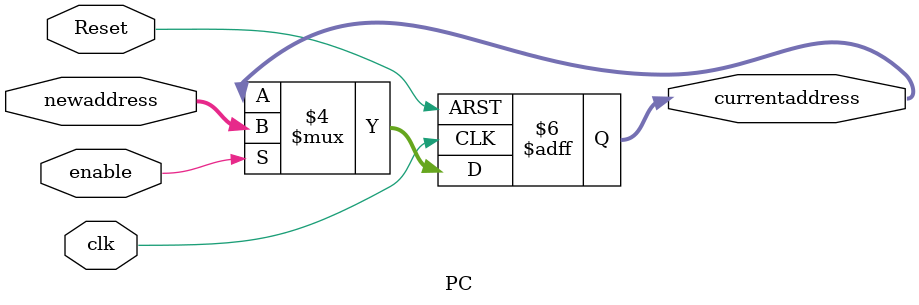
<source format=v>
`timescale 1ns / 1ps


module PC(
    output reg [31:0] currentaddress,
    input clk,
    input Reset,
    input enable,
    input [31:0] newaddress
    );
always@(posedge clk or posedge Reset)
begin
    if (Reset)  currentaddress <= 0;
    else
    begin
        if (enable) currentaddress <= newaddress;
        else currentaddress <= currentaddress;
    end
end
initial
    currentaddress <= 0;
endmodule

</source>
